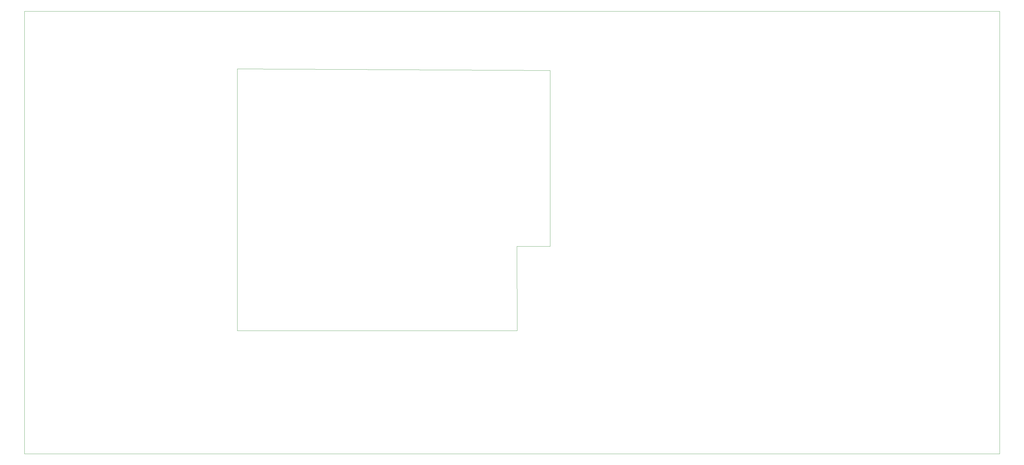
<source format=gm1>
G04 #@! TF.GenerationSoftware,KiCad,Pcbnew,6.0.0-rc1-unknown-e7fa02a~66~ubuntu18.04.1*
G04 #@! TF.CreationDate,2020-06-20T12:06:20-07:00
G04 #@! TF.ProjectId,fp2,6670322e-6b69-4636-9164-5f7063625858,rev?*
G04 #@! TF.SameCoordinates,Original*
G04 #@! TF.FileFunction,Profile,NP*
%FSLAX46Y46*%
G04 Gerber Fmt 4.6, Leading zero omitted, Abs format (unit mm)*
G04 Created by KiCad (PCBNEW 6.0.0-rc1-unknown-e7fa02a~66~ubuntu18.04.1) date Sat 20 Jun 2020 12:06:20 PM PDT*
%MOMM*%
%LPD*%
G04 APERTURE LIST*
%ADD10C,0.050000*%
G04 APERTURE END LIST*
D10*
X230000000Y-326000000D02*
X230000000Y-186000000D01*
X538000000Y-326000000D02*
X230000000Y-326000000D01*
X538000000Y-186000000D02*
X538000000Y-326000000D01*
X230000000Y-186000000D02*
X538000000Y-186000000D01*
X385534000Y-260350000D02*
X385572000Y-287020000D01*
X395986000Y-260350000D02*
X385534000Y-260350000D01*
X395986000Y-204724000D02*
X395986000Y-260350000D01*
X297180000Y-204216000D02*
X297180000Y-287020000D01*
X297180000Y-287020000D02*
X385572000Y-287020000D01*
X297180000Y-204216000D02*
X395986000Y-204724000D01*
M02*

</source>
